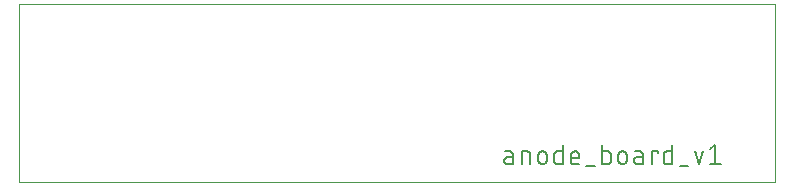
<source format=gto>
G75*
%MOIN*%
%OFA0B0*%
%FSLAX25Y25*%
%IPPOS*%
%LPD*%
%AMOC8*
5,1,8,0,0,1.08239X$1,22.5*
%
%ADD10C,0.00000*%
%ADD11C,0.00600*%
D10*
X0002968Y0001985D02*
X0002968Y0061040D01*
X0254936Y0061040D01*
X0254936Y0001985D01*
X0002968Y0001985D01*
D11*
X0165108Y0012094D02*
X0166531Y0012094D01*
X0166531Y0012095D02*
X0166595Y0012093D01*
X0166660Y0012087D01*
X0166723Y0012078D01*
X0166786Y0012064D01*
X0166848Y0012047D01*
X0166909Y0012026D01*
X0166969Y0012001D01*
X0167027Y0011973D01*
X0167083Y0011941D01*
X0167137Y0011906D01*
X0167189Y0011868D01*
X0167239Y0011827D01*
X0167285Y0011782D01*
X0167330Y0011736D01*
X0167371Y0011686D01*
X0167409Y0011634D01*
X0167444Y0011580D01*
X0167476Y0011524D01*
X0167504Y0011466D01*
X0167529Y0011406D01*
X0167550Y0011345D01*
X0167567Y0011283D01*
X0167581Y0011220D01*
X0167590Y0011157D01*
X0167596Y0011092D01*
X0167598Y0011028D01*
X0167597Y0011028D02*
X0167597Y0007828D01*
X0165997Y0007828D01*
X0165927Y0007830D01*
X0165858Y0007836D01*
X0165789Y0007846D01*
X0165720Y0007859D01*
X0165653Y0007877D01*
X0165586Y0007898D01*
X0165521Y0007923D01*
X0165457Y0007951D01*
X0165395Y0007983D01*
X0165335Y0008019D01*
X0165277Y0008057D01*
X0165221Y0008099D01*
X0165168Y0008144D01*
X0165117Y0008192D01*
X0165069Y0008243D01*
X0165024Y0008296D01*
X0164982Y0008352D01*
X0164944Y0008410D01*
X0164908Y0008470D01*
X0164876Y0008532D01*
X0164848Y0008596D01*
X0164823Y0008661D01*
X0164802Y0008728D01*
X0164784Y0008795D01*
X0164771Y0008864D01*
X0164761Y0008933D01*
X0164755Y0009002D01*
X0164753Y0009072D01*
X0164755Y0009142D01*
X0164761Y0009211D01*
X0164771Y0009280D01*
X0164784Y0009349D01*
X0164802Y0009416D01*
X0164823Y0009483D01*
X0164848Y0009548D01*
X0164876Y0009612D01*
X0164908Y0009674D01*
X0164944Y0009734D01*
X0164982Y0009792D01*
X0165024Y0009848D01*
X0165069Y0009901D01*
X0165117Y0009952D01*
X0165168Y0010000D01*
X0165221Y0010045D01*
X0165277Y0010087D01*
X0165335Y0010125D01*
X0165395Y0010161D01*
X0165457Y0010193D01*
X0165521Y0010221D01*
X0165586Y0010246D01*
X0165653Y0010267D01*
X0165720Y0010285D01*
X0165789Y0010298D01*
X0165858Y0010308D01*
X0165927Y0010314D01*
X0165997Y0010316D01*
X0167597Y0010316D01*
X0170525Y0012094D02*
X0172303Y0012094D01*
X0172303Y0012095D02*
X0172367Y0012093D01*
X0172432Y0012087D01*
X0172495Y0012078D01*
X0172558Y0012064D01*
X0172620Y0012047D01*
X0172681Y0012026D01*
X0172741Y0012001D01*
X0172799Y0011973D01*
X0172855Y0011941D01*
X0172909Y0011906D01*
X0172961Y0011868D01*
X0173011Y0011827D01*
X0173057Y0011782D01*
X0173102Y0011736D01*
X0173143Y0011686D01*
X0173181Y0011634D01*
X0173216Y0011580D01*
X0173248Y0011524D01*
X0173276Y0011466D01*
X0173301Y0011406D01*
X0173322Y0011345D01*
X0173339Y0011283D01*
X0173353Y0011220D01*
X0173362Y0011157D01*
X0173368Y0011092D01*
X0173370Y0011028D01*
X0173370Y0007828D01*
X0170525Y0007828D02*
X0170525Y0012094D01*
X0176064Y0010672D02*
X0176064Y0009250D01*
X0176066Y0009176D01*
X0176072Y0009101D01*
X0176082Y0009028D01*
X0176095Y0008954D01*
X0176112Y0008882D01*
X0176134Y0008811D01*
X0176158Y0008740D01*
X0176187Y0008672D01*
X0176219Y0008604D01*
X0176255Y0008539D01*
X0176293Y0008476D01*
X0176336Y0008414D01*
X0176381Y0008355D01*
X0176429Y0008298D01*
X0176480Y0008244D01*
X0176534Y0008193D01*
X0176591Y0008145D01*
X0176650Y0008100D01*
X0176712Y0008057D01*
X0176775Y0008019D01*
X0176840Y0007983D01*
X0176908Y0007951D01*
X0176976Y0007922D01*
X0177047Y0007898D01*
X0177118Y0007876D01*
X0177190Y0007859D01*
X0177264Y0007846D01*
X0177337Y0007836D01*
X0177412Y0007830D01*
X0177486Y0007828D01*
X0177560Y0007830D01*
X0177635Y0007836D01*
X0177708Y0007846D01*
X0177782Y0007859D01*
X0177854Y0007876D01*
X0177925Y0007898D01*
X0177996Y0007922D01*
X0178064Y0007951D01*
X0178132Y0007983D01*
X0178197Y0008019D01*
X0178260Y0008057D01*
X0178322Y0008100D01*
X0178381Y0008145D01*
X0178438Y0008193D01*
X0178492Y0008244D01*
X0178543Y0008298D01*
X0178591Y0008355D01*
X0178636Y0008414D01*
X0178679Y0008476D01*
X0178717Y0008539D01*
X0178753Y0008604D01*
X0178785Y0008672D01*
X0178814Y0008740D01*
X0178838Y0008811D01*
X0178860Y0008882D01*
X0178877Y0008954D01*
X0178890Y0009028D01*
X0178900Y0009101D01*
X0178906Y0009176D01*
X0178908Y0009250D01*
X0178908Y0010672D01*
X0178906Y0010746D01*
X0178900Y0010821D01*
X0178890Y0010894D01*
X0178877Y0010968D01*
X0178860Y0011040D01*
X0178838Y0011111D01*
X0178814Y0011182D01*
X0178785Y0011250D01*
X0178753Y0011318D01*
X0178717Y0011383D01*
X0178679Y0011446D01*
X0178636Y0011508D01*
X0178591Y0011567D01*
X0178543Y0011624D01*
X0178492Y0011678D01*
X0178438Y0011729D01*
X0178381Y0011777D01*
X0178322Y0011822D01*
X0178260Y0011865D01*
X0178197Y0011903D01*
X0178132Y0011939D01*
X0178064Y0011971D01*
X0177996Y0012000D01*
X0177925Y0012024D01*
X0177854Y0012046D01*
X0177782Y0012063D01*
X0177708Y0012076D01*
X0177635Y0012086D01*
X0177560Y0012092D01*
X0177486Y0012094D01*
X0177412Y0012092D01*
X0177337Y0012086D01*
X0177264Y0012076D01*
X0177190Y0012063D01*
X0177118Y0012046D01*
X0177047Y0012024D01*
X0176976Y0012000D01*
X0176908Y0011971D01*
X0176840Y0011939D01*
X0176775Y0011903D01*
X0176712Y0011865D01*
X0176650Y0011822D01*
X0176591Y0011777D01*
X0176534Y0011729D01*
X0176480Y0011678D01*
X0176429Y0011624D01*
X0176381Y0011567D01*
X0176336Y0011508D01*
X0176293Y0011446D01*
X0176255Y0011383D01*
X0176219Y0011318D01*
X0176187Y0011250D01*
X0176158Y0011182D01*
X0176134Y0011111D01*
X0176112Y0011040D01*
X0176095Y0010968D01*
X0176082Y0010894D01*
X0176072Y0010821D01*
X0176066Y0010746D01*
X0176064Y0010672D01*
X0181369Y0011028D02*
X0181369Y0008894D01*
X0181368Y0008894D02*
X0181370Y0008830D01*
X0181376Y0008765D01*
X0181385Y0008702D01*
X0181399Y0008639D01*
X0181416Y0008577D01*
X0181437Y0008516D01*
X0181462Y0008456D01*
X0181490Y0008398D01*
X0181522Y0008342D01*
X0181557Y0008288D01*
X0181595Y0008236D01*
X0181636Y0008186D01*
X0181681Y0008140D01*
X0181727Y0008095D01*
X0181777Y0008054D01*
X0181829Y0008016D01*
X0181883Y0007981D01*
X0181939Y0007949D01*
X0181997Y0007921D01*
X0182057Y0007896D01*
X0182118Y0007875D01*
X0182180Y0007858D01*
X0182243Y0007844D01*
X0182306Y0007835D01*
X0182371Y0007829D01*
X0182435Y0007827D01*
X0182435Y0007828D02*
X0184213Y0007828D01*
X0184213Y0014228D01*
X0184213Y0012094D02*
X0182435Y0012094D01*
X0182435Y0012095D02*
X0182371Y0012093D01*
X0182306Y0012087D01*
X0182243Y0012078D01*
X0182180Y0012064D01*
X0182118Y0012047D01*
X0182057Y0012026D01*
X0181997Y0012001D01*
X0181939Y0011973D01*
X0181883Y0011941D01*
X0181829Y0011906D01*
X0181777Y0011868D01*
X0181727Y0011827D01*
X0181681Y0011782D01*
X0181636Y0011736D01*
X0181595Y0011686D01*
X0181557Y0011634D01*
X0181522Y0011580D01*
X0181490Y0011524D01*
X0181462Y0011466D01*
X0181437Y0011406D01*
X0181416Y0011345D01*
X0181399Y0011283D01*
X0181385Y0011220D01*
X0181376Y0011157D01*
X0181370Y0011092D01*
X0181368Y0011028D01*
X0186936Y0010672D02*
X0186936Y0008894D01*
X0186938Y0008830D01*
X0186944Y0008765D01*
X0186953Y0008702D01*
X0186967Y0008639D01*
X0186984Y0008577D01*
X0187005Y0008516D01*
X0187030Y0008456D01*
X0187058Y0008398D01*
X0187090Y0008342D01*
X0187125Y0008288D01*
X0187163Y0008236D01*
X0187204Y0008186D01*
X0187249Y0008140D01*
X0187295Y0008095D01*
X0187345Y0008054D01*
X0187397Y0008016D01*
X0187451Y0007981D01*
X0187507Y0007949D01*
X0187565Y0007921D01*
X0187625Y0007896D01*
X0187686Y0007875D01*
X0187748Y0007858D01*
X0187811Y0007844D01*
X0187874Y0007835D01*
X0187939Y0007829D01*
X0188003Y0007827D01*
X0188003Y0007828D02*
X0189781Y0007828D01*
X0192064Y0007116D02*
X0194909Y0007116D01*
X0197427Y0007828D02*
X0199205Y0007828D01*
X0197427Y0007828D02*
X0197427Y0014228D01*
X0197427Y0012094D02*
X0199205Y0012094D01*
X0199205Y0012095D02*
X0199269Y0012093D01*
X0199334Y0012087D01*
X0199397Y0012078D01*
X0199460Y0012064D01*
X0199522Y0012047D01*
X0199583Y0012026D01*
X0199643Y0012001D01*
X0199701Y0011973D01*
X0199757Y0011941D01*
X0199811Y0011906D01*
X0199863Y0011868D01*
X0199913Y0011827D01*
X0199959Y0011782D01*
X0200004Y0011736D01*
X0200045Y0011686D01*
X0200083Y0011634D01*
X0200118Y0011580D01*
X0200150Y0011524D01*
X0200178Y0011466D01*
X0200203Y0011406D01*
X0200224Y0011345D01*
X0200241Y0011283D01*
X0200255Y0011220D01*
X0200264Y0011157D01*
X0200270Y0011092D01*
X0200272Y0011028D01*
X0200271Y0011028D02*
X0200271Y0008894D01*
X0200272Y0008894D02*
X0200270Y0008830D01*
X0200264Y0008765D01*
X0200255Y0008702D01*
X0200241Y0008639D01*
X0200224Y0008577D01*
X0200203Y0008516D01*
X0200178Y0008456D01*
X0200150Y0008398D01*
X0200118Y0008342D01*
X0200083Y0008288D01*
X0200045Y0008236D01*
X0200004Y0008186D01*
X0199959Y0008140D01*
X0199913Y0008095D01*
X0199863Y0008054D01*
X0199811Y0008016D01*
X0199757Y0007981D01*
X0199701Y0007949D01*
X0199643Y0007921D01*
X0199583Y0007896D01*
X0199522Y0007875D01*
X0199460Y0007858D01*
X0199397Y0007844D01*
X0199334Y0007835D01*
X0199269Y0007829D01*
X0199205Y0007827D01*
X0202731Y0009250D02*
X0202731Y0010672D01*
X0202732Y0010672D02*
X0202734Y0010746D01*
X0202740Y0010821D01*
X0202750Y0010894D01*
X0202763Y0010968D01*
X0202780Y0011040D01*
X0202802Y0011111D01*
X0202826Y0011182D01*
X0202855Y0011250D01*
X0202887Y0011318D01*
X0202923Y0011383D01*
X0202961Y0011446D01*
X0203004Y0011508D01*
X0203049Y0011567D01*
X0203097Y0011624D01*
X0203148Y0011678D01*
X0203202Y0011729D01*
X0203259Y0011777D01*
X0203318Y0011822D01*
X0203380Y0011865D01*
X0203443Y0011903D01*
X0203508Y0011939D01*
X0203576Y0011971D01*
X0203644Y0012000D01*
X0203715Y0012024D01*
X0203786Y0012046D01*
X0203858Y0012063D01*
X0203932Y0012076D01*
X0204005Y0012086D01*
X0204080Y0012092D01*
X0204154Y0012094D01*
X0204228Y0012092D01*
X0204303Y0012086D01*
X0204376Y0012076D01*
X0204450Y0012063D01*
X0204522Y0012046D01*
X0204593Y0012024D01*
X0204664Y0012000D01*
X0204732Y0011971D01*
X0204800Y0011939D01*
X0204865Y0011903D01*
X0204928Y0011865D01*
X0204990Y0011822D01*
X0205049Y0011777D01*
X0205106Y0011729D01*
X0205160Y0011678D01*
X0205211Y0011624D01*
X0205259Y0011567D01*
X0205304Y0011508D01*
X0205347Y0011446D01*
X0205385Y0011383D01*
X0205421Y0011318D01*
X0205453Y0011250D01*
X0205482Y0011182D01*
X0205506Y0011111D01*
X0205528Y0011040D01*
X0205545Y0010968D01*
X0205558Y0010894D01*
X0205568Y0010821D01*
X0205574Y0010746D01*
X0205576Y0010672D01*
X0205576Y0009250D01*
X0205574Y0009176D01*
X0205568Y0009101D01*
X0205558Y0009028D01*
X0205545Y0008954D01*
X0205528Y0008882D01*
X0205506Y0008811D01*
X0205482Y0008740D01*
X0205453Y0008672D01*
X0205421Y0008604D01*
X0205385Y0008539D01*
X0205347Y0008476D01*
X0205304Y0008414D01*
X0205259Y0008355D01*
X0205211Y0008298D01*
X0205160Y0008244D01*
X0205106Y0008193D01*
X0205049Y0008145D01*
X0204990Y0008100D01*
X0204928Y0008057D01*
X0204865Y0008019D01*
X0204800Y0007983D01*
X0204732Y0007951D01*
X0204664Y0007922D01*
X0204593Y0007898D01*
X0204522Y0007876D01*
X0204450Y0007859D01*
X0204376Y0007846D01*
X0204303Y0007836D01*
X0204228Y0007830D01*
X0204154Y0007828D01*
X0204080Y0007830D01*
X0204005Y0007836D01*
X0203932Y0007846D01*
X0203858Y0007859D01*
X0203786Y0007876D01*
X0203715Y0007898D01*
X0203644Y0007922D01*
X0203576Y0007951D01*
X0203508Y0007983D01*
X0203443Y0008019D01*
X0203380Y0008057D01*
X0203318Y0008100D01*
X0203259Y0008145D01*
X0203202Y0008193D01*
X0203148Y0008244D01*
X0203097Y0008298D01*
X0203049Y0008355D01*
X0203004Y0008414D01*
X0202961Y0008476D01*
X0202923Y0008539D01*
X0202887Y0008604D01*
X0202855Y0008672D01*
X0202826Y0008740D01*
X0202802Y0008811D01*
X0202780Y0008882D01*
X0202763Y0008954D01*
X0202750Y0009028D01*
X0202740Y0009101D01*
X0202734Y0009176D01*
X0202732Y0009250D01*
X0209280Y0010316D02*
X0209210Y0010314D01*
X0209141Y0010308D01*
X0209072Y0010298D01*
X0209003Y0010285D01*
X0208936Y0010267D01*
X0208869Y0010246D01*
X0208804Y0010221D01*
X0208740Y0010193D01*
X0208678Y0010161D01*
X0208618Y0010125D01*
X0208560Y0010087D01*
X0208504Y0010045D01*
X0208451Y0010000D01*
X0208400Y0009952D01*
X0208352Y0009901D01*
X0208307Y0009848D01*
X0208265Y0009792D01*
X0208227Y0009734D01*
X0208191Y0009674D01*
X0208159Y0009612D01*
X0208131Y0009548D01*
X0208106Y0009483D01*
X0208085Y0009416D01*
X0208067Y0009349D01*
X0208054Y0009280D01*
X0208044Y0009211D01*
X0208038Y0009142D01*
X0208036Y0009072D01*
X0208038Y0009002D01*
X0208044Y0008933D01*
X0208054Y0008864D01*
X0208067Y0008795D01*
X0208085Y0008728D01*
X0208106Y0008661D01*
X0208131Y0008596D01*
X0208159Y0008532D01*
X0208191Y0008470D01*
X0208227Y0008410D01*
X0208265Y0008352D01*
X0208307Y0008296D01*
X0208352Y0008243D01*
X0208400Y0008192D01*
X0208451Y0008144D01*
X0208504Y0008099D01*
X0208560Y0008057D01*
X0208618Y0008019D01*
X0208678Y0007983D01*
X0208740Y0007951D01*
X0208804Y0007923D01*
X0208869Y0007898D01*
X0208936Y0007877D01*
X0209003Y0007859D01*
X0209072Y0007846D01*
X0209141Y0007836D01*
X0209210Y0007830D01*
X0209280Y0007828D01*
X0210880Y0007828D01*
X0210880Y0011028D01*
X0210880Y0010316D02*
X0209280Y0010316D01*
X0210881Y0011028D02*
X0210879Y0011092D01*
X0210873Y0011157D01*
X0210864Y0011220D01*
X0210850Y0011283D01*
X0210833Y0011345D01*
X0210812Y0011406D01*
X0210787Y0011466D01*
X0210759Y0011524D01*
X0210727Y0011580D01*
X0210692Y0011634D01*
X0210654Y0011686D01*
X0210613Y0011736D01*
X0210568Y0011782D01*
X0210522Y0011827D01*
X0210472Y0011868D01*
X0210420Y0011906D01*
X0210366Y0011941D01*
X0210310Y0011973D01*
X0210252Y0012001D01*
X0210192Y0012026D01*
X0210131Y0012047D01*
X0210069Y0012064D01*
X0210006Y0012078D01*
X0209943Y0012087D01*
X0209878Y0012093D01*
X0209814Y0012095D01*
X0209814Y0012094D02*
X0208392Y0012094D01*
X0213842Y0012094D02*
X0215975Y0012094D01*
X0215975Y0011383D01*
X0217882Y0011028D02*
X0217882Y0008894D01*
X0217884Y0008830D01*
X0217890Y0008765D01*
X0217899Y0008702D01*
X0217913Y0008639D01*
X0217930Y0008577D01*
X0217951Y0008516D01*
X0217976Y0008456D01*
X0218004Y0008398D01*
X0218036Y0008342D01*
X0218071Y0008288D01*
X0218109Y0008236D01*
X0218150Y0008186D01*
X0218195Y0008140D01*
X0218241Y0008095D01*
X0218291Y0008054D01*
X0218343Y0008016D01*
X0218397Y0007981D01*
X0218453Y0007949D01*
X0218511Y0007921D01*
X0218571Y0007896D01*
X0218632Y0007875D01*
X0218694Y0007858D01*
X0218757Y0007844D01*
X0218820Y0007835D01*
X0218885Y0007829D01*
X0218949Y0007827D01*
X0218949Y0007828D02*
X0220727Y0007828D01*
X0220727Y0014228D01*
X0220727Y0012094D02*
X0218949Y0012094D01*
X0218949Y0012095D02*
X0218885Y0012093D01*
X0218820Y0012087D01*
X0218757Y0012078D01*
X0218694Y0012064D01*
X0218632Y0012047D01*
X0218571Y0012026D01*
X0218511Y0012001D01*
X0218453Y0011973D01*
X0218397Y0011941D01*
X0218343Y0011906D01*
X0218291Y0011868D01*
X0218241Y0011827D01*
X0218195Y0011782D01*
X0218150Y0011736D01*
X0218109Y0011686D01*
X0218071Y0011634D01*
X0218036Y0011580D01*
X0218004Y0011524D01*
X0217976Y0011466D01*
X0217951Y0011406D01*
X0217930Y0011345D01*
X0217913Y0011283D01*
X0217899Y0011220D01*
X0217890Y0011157D01*
X0217884Y0011092D01*
X0217882Y0011028D01*
X0213842Y0012094D02*
X0213842Y0007828D01*
X0223245Y0007116D02*
X0226089Y0007116D01*
X0229590Y0007828D02*
X0231012Y0012094D01*
X0233351Y0012805D02*
X0235129Y0014228D01*
X0235129Y0007828D01*
X0233351Y0007828D02*
X0236907Y0007828D01*
X0229590Y0007828D02*
X0228168Y0012094D01*
X0189781Y0010672D02*
X0189781Y0009961D01*
X0186936Y0009961D01*
X0186936Y0010672D02*
X0186938Y0010746D01*
X0186944Y0010821D01*
X0186954Y0010894D01*
X0186967Y0010968D01*
X0186984Y0011040D01*
X0187006Y0011111D01*
X0187030Y0011182D01*
X0187059Y0011250D01*
X0187091Y0011318D01*
X0187127Y0011383D01*
X0187165Y0011446D01*
X0187208Y0011508D01*
X0187253Y0011567D01*
X0187301Y0011624D01*
X0187352Y0011678D01*
X0187406Y0011729D01*
X0187463Y0011777D01*
X0187522Y0011822D01*
X0187584Y0011865D01*
X0187647Y0011903D01*
X0187712Y0011939D01*
X0187780Y0011971D01*
X0187848Y0012000D01*
X0187919Y0012024D01*
X0187990Y0012046D01*
X0188062Y0012063D01*
X0188136Y0012076D01*
X0188209Y0012086D01*
X0188284Y0012092D01*
X0188358Y0012094D01*
X0188432Y0012092D01*
X0188507Y0012086D01*
X0188580Y0012076D01*
X0188654Y0012063D01*
X0188726Y0012046D01*
X0188797Y0012024D01*
X0188868Y0012000D01*
X0188936Y0011971D01*
X0189004Y0011939D01*
X0189069Y0011903D01*
X0189132Y0011865D01*
X0189194Y0011822D01*
X0189253Y0011777D01*
X0189310Y0011729D01*
X0189364Y0011678D01*
X0189415Y0011624D01*
X0189463Y0011567D01*
X0189508Y0011508D01*
X0189551Y0011446D01*
X0189589Y0011383D01*
X0189625Y0011318D01*
X0189657Y0011250D01*
X0189686Y0011182D01*
X0189710Y0011111D01*
X0189732Y0011040D01*
X0189749Y0010968D01*
X0189762Y0010894D01*
X0189772Y0010821D01*
X0189778Y0010746D01*
X0189780Y0010672D01*
M02*

</source>
